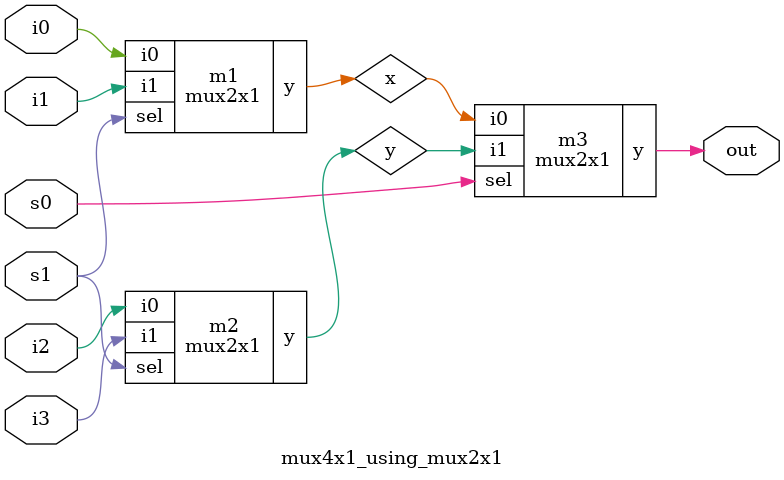
<source format=v>
module mux2x1(
input sel,i0,i1,
output y
);

assign y = sel?i1:i0;
endmodule

module mux4x1_using_mux2x1(
input s0,s1,i0,i1,i2,i3,
output out
);

mux2x1 m1(s1,i0,i1,x);
mux2x1 m2(s1,i2,i3,y);
mux2x1 m3(s0,x,y,out);

endmodule

</source>
